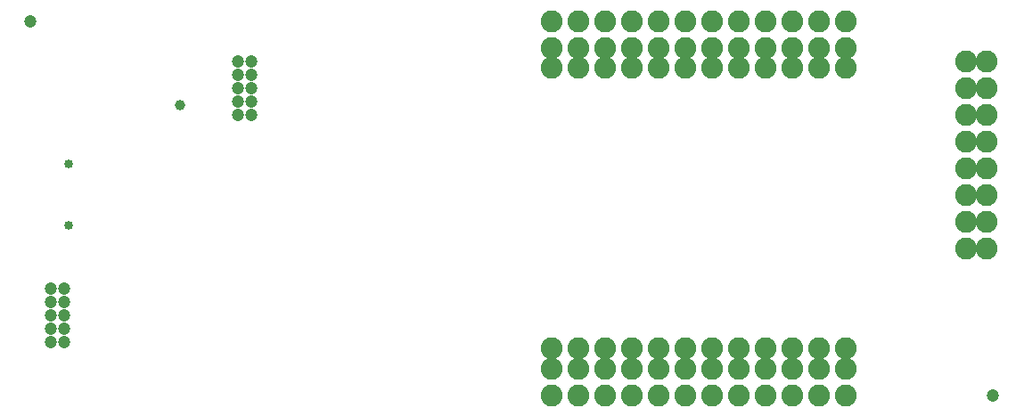
<source format=gbs>
G04 EAGLE Gerber RS-274X export*
G75*
%MOMM*%
%FSLAX34Y34*%
%LPD*%
%INSoldermask Bottom*%
%IPPOS*%
%AMOC8*
5,1,8,0,0,1.08239X$1,22.5*%
G01*
%ADD10C,1.003200*%
%ADD11C,0.853200*%
%ADD12C,1.203200*%
%ADD13C,2.082800*%


D10*
X180180Y288290D03*
D11*
X74450Y232100D03*
X74450Y174300D03*
D12*
X247650Y292100D03*
X247650Y304800D03*
X247650Y317500D03*
X247650Y330200D03*
X247650Y279400D03*
X234950Y292100D03*
X234950Y304800D03*
X234950Y317500D03*
X234950Y330200D03*
X234950Y279400D03*
X69850Y76200D03*
X69850Y88900D03*
X69850Y101600D03*
X69850Y114300D03*
X69850Y63500D03*
X57150Y76200D03*
X57150Y88900D03*
X57150Y101600D03*
X57150Y114300D03*
X57150Y63500D03*
D13*
X946150Y330200D03*
X946150Y304800D03*
X946150Y279400D03*
X946150Y254000D03*
X946150Y228600D03*
X946150Y203200D03*
X946150Y177800D03*
X946150Y152400D03*
X927100Y330200D03*
X927100Y304800D03*
X927100Y279400D03*
X927100Y254000D03*
X927100Y228600D03*
X927100Y203200D03*
X927100Y177800D03*
X927100Y152400D03*
X812800Y38100D03*
X787400Y38100D03*
X762000Y38100D03*
X736600Y38100D03*
X711200Y38100D03*
X685800Y38100D03*
X660400Y38100D03*
X635000Y38100D03*
X609600Y38100D03*
X584200Y38100D03*
X558800Y38100D03*
X533400Y38100D03*
X533400Y342900D03*
X558800Y342900D03*
X584200Y342900D03*
X609600Y342900D03*
X635000Y342900D03*
X660400Y342900D03*
X685800Y342900D03*
X711200Y342900D03*
X736600Y342900D03*
X762000Y342900D03*
X787400Y342900D03*
X812800Y342900D03*
X812800Y12700D03*
X787400Y12700D03*
X762000Y12700D03*
X736600Y12700D03*
X711200Y12700D03*
X685800Y12700D03*
X660400Y12700D03*
X635000Y12700D03*
X609600Y12700D03*
X584200Y12700D03*
X558800Y12700D03*
X533400Y12700D03*
X533400Y368300D03*
X558800Y368300D03*
X584200Y368300D03*
X609600Y368300D03*
X635000Y368300D03*
X660400Y368300D03*
X685800Y368300D03*
X711200Y368300D03*
X736600Y368300D03*
X762000Y368300D03*
X787400Y368300D03*
X812800Y368300D03*
X812800Y57150D03*
X787400Y57150D03*
X762000Y57150D03*
X736600Y57150D03*
X711200Y57150D03*
X685800Y57150D03*
X660400Y57150D03*
X635000Y57150D03*
X609600Y57150D03*
X584200Y57150D03*
X558800Y57150D03*
X533400Y57150D03*
X533400Y323850D03*
X558800Y323850D03*
X584200Y323850D03*
X609600Y323850D03*
X635000Y323850D03*
X660400Y323850D03*
X685800Y323850D03*
X711200Y323850D03*
X736600Y323850D03*
X762000Y323850D03*
X787400Y323850D03*
X812800Y323850D03*
D12*
X38100Y368300D03*
X952500Y12700D03*
M02*

</source>
